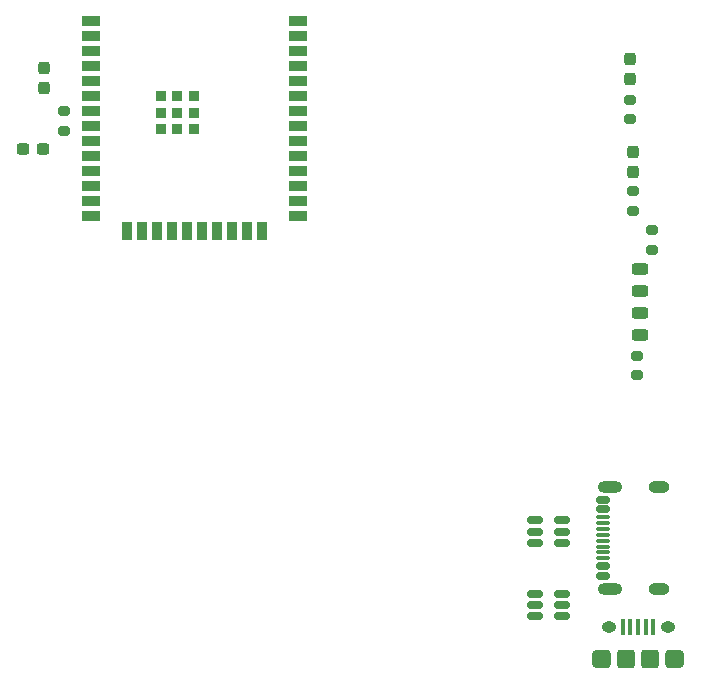
<source format=gtp>
%TF.GenerationSoftware,KiCad,Pcbnew,9.0.1*%
%TF.CreationDate,2025-11-26T22:59:04+01:00*%
%TF.ProjectId,stacja_pogody_modu__wew,73746163-6a61-45f7-906f-676f64795f6d,rev?*%
%TF.SameCoordinates,Original*%
%TF.FileFunction,Paste,Top*%
%TF.FilePolarity,Positive*%
%FSLAX46Y46*%
G04 Gerber Fmt 4.6, Leading zero omitted, Abs format (unit mm)*
G04 Created by KiCad (PCBNEW 9.0.1) date 2025-11-26 22:59:04*
%MOMM*%
%LPD*%
G01*
G04 APERTURE LIST*
G04 Aperture macros list*
%AMRoundRect*
0 Rectangle with rounded corners*
0 $1 Rounding radius*
0 $2 $3 $4 $5 $6 $7 $8 $9 X,Y pos of 4 corners*
0 Add a 4 corners polygon primitive as box body*
4,1,4,$2,$3,$4,$5,$6,$7,$8,$9,$2,$3,0*
0 Add four circle primitives for the rounded corners*
1,1,$1+$1,$2,$3*
1,1,$1+$1,$4,$5*
1,1,$1+$1,$6,$7*
1,1,$1+$1,$8,$9*
0 Add four rect primitives between the rounded corners*
20,1,$1+$1,$2,$3,$4,$5,0*
20,1,$1+$1,$4,$5,$6,$7,0*
20,1,$1+$1,$6,$7,$8,$9,0*
20,1,$1+$1,$8,$9,$2,$3,0*%
G04 Aperture macros list end*
%ADD10RoundRect,0.237500X-0.237500X0.300000X-0.237500X-0.300000X0.237500X-0.300000X0.237500X0.300000X0*%
%ADD11RoundRect,0.200000X0.275000X-0.200000X0.275000X0.200000X-0.275000X0.200000X-0.275000X-0.200000X0*%
%ADD12RoundRect,0.243750X0.456250X-0.243750X0.456250X0.243750X-0.456250X0.243750X-0.456250X-0.243750X0*%
%ADD13RoundRect,0.200000X-0.275000X0.200000X-0.275000X-0.200000X0.275000X-0.200000X0.275000X0.200000X0*%
%ADD14RoundRect,0.150000X0.512500X0.150000X-0.512500X0.150000X-0.512500X-0.150000X0.512500X-0.150000X0*%
%ADD15RoundRect,0.150000X0.425000X-0.150000X0.425000X0.150000X-0.425000X0.150000X-0.425000X-0.150000X0*%
%ADD16RoundRect,0.075000X0.500000X-0.075000X0.500000X0.075000X-0.500000X0.075000X-0.500000X-0.075000X0*%
%ADD17O,2.100000X1.000000*%
%ADD18O,1.800000X1.000000*%
%ADD19RoundRect,0.237500X-0.300000X-0.237500X0.300000X-0.237500X0.300000X0.237500X-0.300000X0.237500X0*%
%ADD20O,0.890000X1.550000*%
%ADD21O,1.250000X0.950000*%
%ADD22RoundRect,0.100000X-0.100000X-0.575000X0.100000X-0.575000X0.100000X0.575000X-0.100000X0.575000X0*%
%ADD23RoundRect,0.250000X-0.475000X-0.525000X0.475000X-0.525000X0.475000X0.525000X-0.475000X0.525000X0*%
%ADD24RoundRect,0.250000X-0.500000X-0.525000X0.500000X-0.525000X0.500000X0.525000X-0.500000X0.525000X0*%
%ADD25RoundRect,0.243750X-0.456250X0.243750X-0.456250X-0.243750X0.456250X-0.243750X0.456250X0.243750X0*%
%ADD26R,1.500000X0.900000*%
%ADD27R,0.900000X1.500000*%
%ADD28R,0.900000X0.900000*%
G04 APERTURE END LIST*
D10*
%TO.C,C16*%
X145280000Y-63957500D03*
X145280000Y-65682500D03*
%TD*%
D11*
%TO.C,R16*%
X195490000Y-90010000D03*
X195490000Y-88360000D03*
%TD*%
D10*
%TO.C,C3*%
X194910000Y-63217500D03*
X194910000Y-64942500D03*
%TD*%
D12*
%TO.C,D1*%
X195770000Y-82857500D03*
X195770000Y-80982500D03*
%TD*%
D13*
%TO.C,R13*%
X196770000Y-77735000D03*
X196770000Y-79385000D03*
%TD*%
D14*
%TO.C,U4*%
X189115000Y-104200000D03*
X189115000Y-103250000D03*
X189115000Y-102300000D03*
X186840000Y-102300000D03*
X186840000Y-103250000D03*
X186840000Y-104200000D03*
%TD*%
%TO.C,U1*%
X189145000Y-110400000D03*
X189145000Y-109450000D03*
X189145000Y-108500000D03*
X186870000Y-108500000D03*
X186870000Y-109450000D03*
X186870000Y-110400000D03*
%TD*%
D13*
%TO.C,R17*%
X147000000Y-67645000D03*
X147000000Y-69295000D03*
%TD*%
%TO.C,R1*%
X195170000Y-74445000D03*
X195170000Y-76095000D03*
%TD*%
D15*
%TO.C,J3*%
X192600000Y-106960000D03*
X192600000Y-106160000D03*
D16*
X192600000Y-105010000D03*
X192600000Y-104010000D03*
X192600000Y-103510000D03*
X192600000Y-102510000D03*
D15*
X192600000Y-101360000D03*
X192600000Y-100560000D03*
X192600000Y-100560000D03*
X192600000Y-101360000D03*
D16*
X192600000Y-102010000D03*
X192600000Y-103010000D03*
X192600000Y-104510000D03*
X192600000Y-105510000D03*
D15*
X192600000Y-106160000D03*
X192600000Y-106960000D03*
D17*
X193175000Y-108080000D03*
D18*
X197355000Y-108080000D03*
D17*
X193175000Y-99440000D03*
D18*
X197355000Y-99440000D03*
%TD*%
D19*
%TO.C,C15*%
X143517500Y-70880000D03*
X145242500Y-70880000D03*
%TD*%
D20*
%TO.C,J1*%
X192090000Y-113990000D03*
D21*
X193090000Y-111290000D03*
X198090000Y-111290000D03*
D20*
X199090000Y-113990000D03*
D22*
X194290000Y-111290000D03*
X194940000Y-111290000D03*
X195590000Y-111290000D03*
X196240000Y-111290000D03*
X196890000Y-111290000D03*
D23*
X192565000Y-113990000D03*
D24*
X194590000Y-113990000D03*
X196590000Y-113990000D03*
D23*
X198615000Y-113990000D03*
%TD*%
D25*
%TO.C,D3*%
X195740000Y-84722500D03*
X195740000Y-86597500D03*
%TD*%
D13*
%TO.C,R3*%
X194930000Y-66665000D03*
X194930000Y-68315000D03*
%TD*%
D10*
%TO.C,C1*%
X195170000Y-71067500D03*
X195170000Y-72792500D03*
%TD*%
D26*
%TO.C,U2*%
X149310000Y-60050000D03*
X149310000Y-61320000D03*
X149310000Y-62590000D03*
X149310000Y-63860000D03*
X149310000Y-65130000D03*
X149310000Y-66400000D03*
X149310000Y-67670000D03*
X149310000Y-68940000D03*
X149310000Y-70210000D03*
X149310000Y-71480000D03*
X149310000Y-72750000D03*
X149310000Y-74020000D03*
X149310000Y-75290000D03*
X149310000Y-76560000D03*
D27*
X152345000Y-77810000D03*
X153615000Y-77810000D03*
X154885000Y-77810000D03*
X156155000Y-77810000D03*
X157425000Y-77810000D03*
X158695000Y-77810000D03*
X159965000Y-77810000D03*
X161235000Y-77810000D03*
X162505000Y-77810000D03*
X163775000Y-77810000D03*
D26*
X166810000Y-76560000D03*
X166810000Y-75290000D03*
X166810000Y-74020000D03*
X166810000Y-72750000D03*
X166810000Y-71480000D03*
X166810000Y-70210000D03*
X166810000Y-68940000D03*
X166810000Y-67670000D03*
X166810000Y-66400000D03*
X166810000Y-65130000D03*
X166810000Y-63860000D03*
X166810000Y-62590000D03*
X166810000Y-61320000D03*
X166810000Y-60050000D03*
D28*
X155160000Y-66370000D03*
X155160000Y-67770000D03*
X155160000Y-69170000D03*
X156560000Y-66370000D03*
X156560000Y-67770000D03*
X156560000Y-69170000D03*
X157960000Y-66370000D03*
X157960000Y-67770000D03*
X157960000Y-69170000D03*
%TD*%
M02*

</source>
